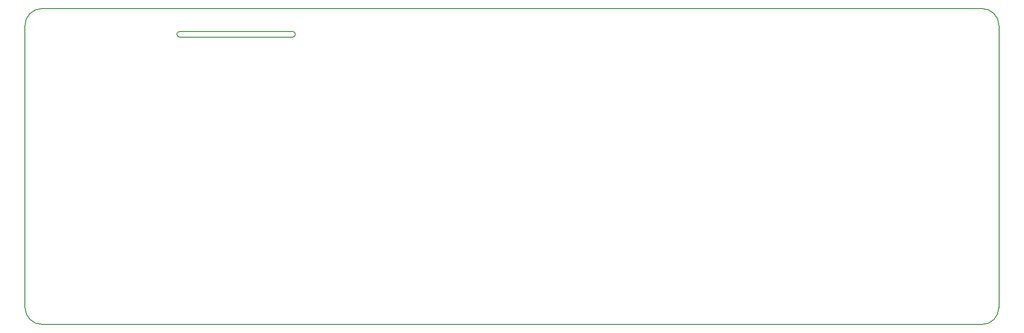
<source format=gbr>
G04 #@! TF.FileFunction,Profile,NP*
%FSLAX46Y46*%
G04 Gerber Fmt 4.6, Leading zero omitted, Abs format (unit mm)*
G04 Created by KiCad (PCBNEW 0.201505162027+5655~23~ubuntu14.04.1-product) date Mo 29 Jun 2015 18:08:19 CEST*
%MOMM*%
G01*
G04 APERTURE LIST*
%ADD10C,0.100000*%
%ADD11C,0.200000*%
G04 APERTURE END LIST*
D10*
D11*
X52476400Y-30276800D02*
G75*
G03X52959000Y-30810200I508000J-25400D01*
G01*
X53009800Y-29794200D02*
G75*
G03X52476400Y-30276800I-25400J-508000D01*
G01*
X72948800Y-30810200D02*
G75*
G03X73482200Y-30327600I25400J508000D01*
G01*
X73482200Y-30327600D02*
G75*
G03X72999600Y-29794200I-508000J25400D01*
G01*
X73000000Y-29794200D02*
X53000000Y-29794200D01*
X73000000Y-30810200D02*
X53000000Y-30810200D01*
X195072000Y-81800700D02*
G75*
G03X198069200Y-78752700I-25400J3022600D01*
G01*
X198078000Y-28714700D02*
G75*
G03X195030000Y-25717500I-3022600J-25400D01*
G01*
X25580400Y-78783200D02*
G75*
G03X28628400Y-81780400I3022600J25400D01*
G01*
X28575000Y-25730200D02*
G75*
G03X25577800Y-28778200I25400J-3022600D01*
G01*
X198078000Y-28700000D02*
X198078000Y-78841600D01*
X28500000Y-25717500D02*
X195033900Y-25717500D01*
X28580000Y-81800000D02*
X195072000Y-81800000D01*
X25580000Y-28800000D02*
X25580000Y-78800000D01*
M02*

</source>
